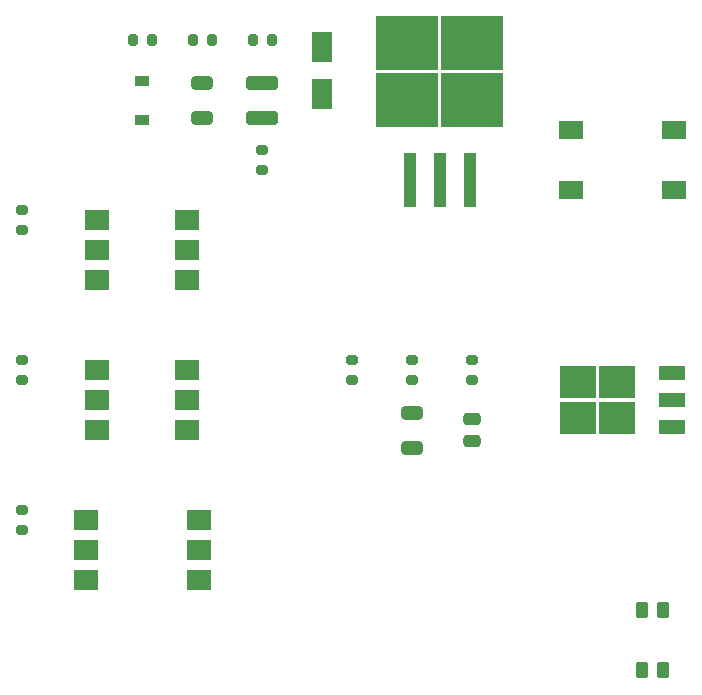
<source format=gtp>
%TF.GenerationSoftware,KiCad,Pcbnew,(6.0.0)*%
%TF.CreationDate,2022-01-23T10:28:27+01:00*%
%TF.ProjectId,prototype,70726f74-6f74-4797-9065-2e6b69636164,rev?*%
%TF.SameCoordinates,Original*%
%TF.FileFunction,Paste,Top*%
%TF.FilePolarity,Positive*%
%FSLAX46Y46*%
G04 Gerber Fmt 4.6, Leading zero omitted, Abs format (unit mm)*
G04 Created by KiCad (PCBNEW (6.0.0)) date 2022-01-23 10:28:27*
%MOMM*%
%LPD*%
G01*
G04 APERTURE LIST*
G04 Aperture macros list*
%AMRoundRect*
0 Rectangle with rounded corners*
0 $1 Rounding radius*
0 $2 $3 $4 $5 $6 $7 $8 $9 X,Y pos of 4 corners*
0 Add a 4 corners polygon primitive as box body*
4,1,4,$2,$3,$4,$5,$6,$7,$8,$9,$2,$3,0*
0 Add four circle primitives for the rounded corners*
1,1,$1+$1,$2,$3*
1,1,$1+$1,$4,$5*
1,1,$1+$1,$6,$7*
1,1,$1+$1,$8,$9*
0 Add four rect primitives between the rounded corners*
20,1,$1+$1,$2,$3,$4,$5,0*
20,1,$1+$1,$4,$5,$6,$7,0*
20,1,$1+$1,$6,$7,$8,$9,0*
20,1,$1+$1,$8,$9,$2,$3,0*%
G04 Aperture macros list end*
%ADD10R,1.800000X2.500000*%
%ADD11R,2.000000X1.780000*%
%ADD12R,1.200000X0.900000*%
%ADD13RoundRect,0.200000X-0.275000X0.200000X-0.275000X-0.200000X0.275000X-0.200000X0.275000X0.200000X0*%
%ADD14RoundRect,0.200000X0.200000X0.275000X-0.200000X0.275000X-0.200000X-0.275000X0.200000X-0.275000X0*%
%ADD15RoundRect,0.250000X-0.475000X0.250000X-0.475000X-0.250000X0.475000X-0.250000X0.475000X0.250000X0*%
%ADD16RoundRect,0.250000X-0.650000X0.325000X-0.650000X-0.325000X0.650000X-0.325000X0.650000X0.325000X0*%
%ADD17RoundRect,0.250000X-1.100000X0.325000X-1.100000X-0.325000X1.100000X-0.325000X1.100000X0.325000X0*%
%ADD18R,3.050000X2.750000*%
%ADD19R,2.200000X1.200000*%
%ADD20RoundRect,0.200000X0.275000X-0.200000X0.275000X0.200000X-0.275000X0.200000X-0.275000X-0.200000X0*%
%ADD21R,5.250000X4.550000*%
%ADD22R,1.100000X4.600000*%
%ADD23RoundRect,0.250000X0.262500X0.450000X-0.262500X0.450000X-0.262500X-0.450000X0.262500X-0.450000X0*%
%ADD24R,2.000000X1.500000*%
G04 APERTURE END LIST*
D10*
%TO.C,D6*%
X134620000Y-48800000D03*
X134620000Y-52800000D03*
%TD*%
D11*
%TO.C,U3*%
X115570000Y-76200000D03*
X115570000Y-78740000D03*
X115570000Y-81280000D03*
X123190000Y-81280000D03*
X123190000Y-78740000D03*
X123190000Y-76200000D03*
%TD*%
D12*
%TO.C,D1*%
X119380000Y-51690000D03*
X119380000Y-54990000D03*
%TD*%
D13*
%TO.C,R1*%
X109220000Y-62675000D03*
X109220000Y-64325000D03*
%TD*%
D14*
%TO.C,R3*%
X120205000Y-48260000D03*
X118555000Y-48260000D03*
%TD*%
D13*
%TO.C,R12*%
X109220000Y-75375000D03*
X109220000Y-77025000D03*
%TD*%
D11*
%TO.C,U1*%
X115570000Y-63500000D03*
X115570000Y-66040000D03*
X115570000Y-68580000D03*
X123190000Y-68580000D03*
X123190000Y-66040000D03*
X123190000Y-63500000D03*
%TD*%
D15*
%TO.C,C3*%
X147320000Y-80330000D03*
X147320000Y-82230000D03*
%TD*%
D16*
%TO.C,C1*%
X124460000Y-51865000D03*
X124460000Y-54815000D03*
%TD*%
D17*
%TO.C,C2*%
X129540000Y-51865000D03*
X129540000Y-54815000D03*
%TD*%
D13*
%TO.C,R9*%
X147320000Y-75375000D03*
X147320000Y-77025000D03*
%TD*%
D14*
%TO.C,R5*%
X130365000Y-48260000D03*
X128715000Y-48260000D03*
%TD*%
D18*
%TO.C,Q2*%
X159595000Y-77215000D03*
X156245000Y-80265000D03*
X159595000Y-80265000D03*
X156245000Y-77215000D03*
D19*
X164220000Y-81020000D03*
X164220000Y-78740000D03*
X164220000Y-76460000D03*
%TD*%
D20*
%TO.C,R2*%
X129540000Y-59245000D03*
X129540000Y-57595000D03*
%TD*%
D21*
%TO.C,Q1*%
X147320000Y-48490000D03*
X141770000Y-53340000D03*
X147320000Y-53340000D03*
X141770000Y-48490000D03*
D22*
X142005000Y-60065000D03*
X144545000Y-60065000D03*
X147085000Y-60065000D03*
%TD*%
D13*
%TO.C,R8*%
X109220000Y-88075000D03*
X109220000Y-89725000D03*
%TD*%
%TO.C,R10*%
X142240000Y-75375000D03*
X142240000Y-77025000D03*
%TD*%
D11*
%TO.C,U2*%
X124145000Y-93980000D03*
X124145000Y-91440000D03*
X124145000Y-88900000D03*
X114615000Y-88900000D03*
X114615000Y-91440000D03*
X114615000Y-93980000D03*
%TD*%
D14*
%TO.C,R4*%
X125285000Y-48260000D03*
X123635000Y-48260000D03*
%TD*%
D23*
%TO.C,R6*%
X163472500Y-101600000D03*
X161647500Y-101600000D03*
%TD*%
D16*
%TO.C,C4*%
X142240000Y-79805000D03*
X142240000Y-82755000D03*
%TD*%
D23*
%TO.C,R7*%
X163472500Y-96520000D03*
X161647500Y-96520000D03*
%TD*%
D20*
%TO.C,R11*%
X137160000Y-77025000D03*
X137160000Y-75375000D03*
%TD*%
D24*
%TO.C,D2*%
X155650000Y-55870000D03*
X155650000Y-60970000D03*
X164390000Y-60970000D03*
X164390000Y-55870000D03*
%TD*%
M02*

</source>
